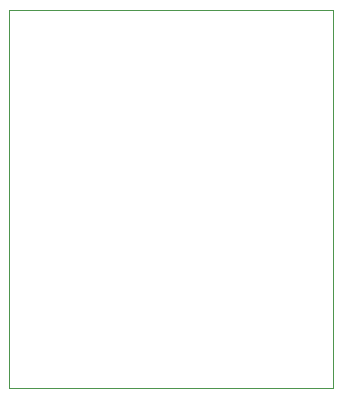
<source format=gko>
G04 #@! TF.FileFunction,Profile,NP*
%FSLAX46Y46*%
G04 Gerber Fmt 4.6, Leading zero omitted, Abs format (unit mm)*
G04 Created by KiCad (PCBNEW 0.201505220134+5676~23~ubuntu14.04.1-product) date Thu 10 Sep 2015 12:30:41 AM PDT*
%MOMM*%
G01*
G04 APERTURE LIST*
%ADD10C,0.100000*%
G04 APERTURE END LIST*
D10*
X183388000Y-123952000D02*
X155956000Y-123952000D01*
X183388000Y-91948000D02*
X183388000Y-123952000D01*
X155956000Y-91948000D02*
X183388000Y-91948000D01*
X155956000Y-91948000D02*
X155956000Y-123952000D01*
X183388000Y-123952000D02*
X183388000Y-91948000D01*
M02*

</source>
